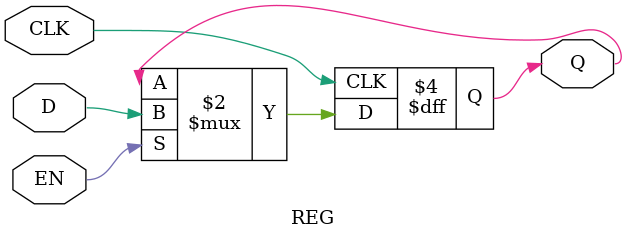
<source format=v>
module REG #(
  parameter DW = 1
) (
  input  wire          CLK,
  input  wire          EN,
  input  wire [DW-1:0] D,
  output reg  [DW-1:0] Q
);
  
  always @(posedge CLK) begin
    if (EN) Q[DW-1:0] <= D[DW-1:0];
  end

endmodule

</source>
